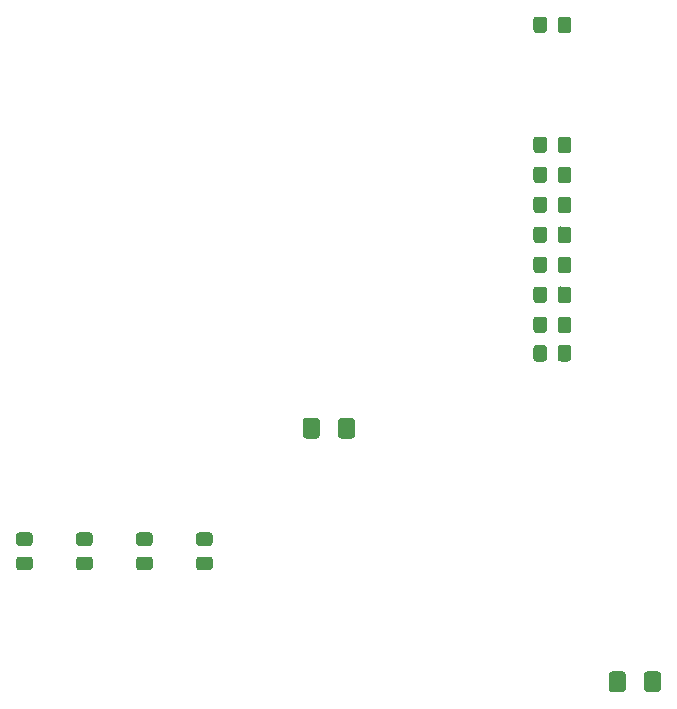
<source format=gbr>
G04 #@! TF.GenerationSoftware,KiCad,Pcbnew,(5.1.6-0-10_14)*
G04 #@! TF.CreationDate,2021-01-01T23:06:18+01:00*
G04 #@! TF.ProjectId,backplane,6261636b-706c-4616-9e65-2e6b69636164,rev?*
G04 #@! TF.SameCoordinates,Original*
G04 #@! TF.FileFunction,Paste,Bot*
G04 #@! TF.FilePolarity,Positive*
%FSLAX46Y46*%
G04 Gerber Fmt 4.6, Leading zero omitted, Abs format (unit mm)*
G04 Created by KiCad (PCBNEW (5.1.6-0-10_14)) date 2021-01-01 23:06:18*
%MOMM*%
%LPD*%
G01*
G04 APERTURE LIST*
G04 APERTURE END LIST*
G04 #@! TO.C,C4*
G36*
G01*
X70879000Y-73777000D02*
X70879000Y-72527000D01*
G75*
G02*
X71129000Y-72277000I250000J0D01*
G01*
X72054000Y-72277000D01*
G75*
G02*
X72304000Y-72527000I0J-250000D01*
G01*
X72304000Y-73777000D01*
G75*
G02*
X72054000Y-74027000I-250000J0D01*
G01*
X71129000Y-74027000D01*
G75*
G02*
X70879000Y-73777000I0J250000D01*
G01*
G37*
G36*
G01*
X67904000Y-73777000D02*
X67904000Y-72527000D01*
G75*
G02*
X68154000Y-72277000I250000J0D01*
G01*
X69079000Y-72277000D01*
G75*
G02*
X69329000Y-72527000I0J-250000D01*
G01*
X69329000Y-73777000D01*
G75*
G02*
X69079000Y-74027000I-250000J0D01*
G01*
X68154000Y-74027000D01*
G75*
G02*
X67904000Y-73777000I0J250000D01*
G01*
G37*
G04 #@! TD*
G04 #@! TO.C,R14*
G36*
G01*
X89477000Y-39439001D02*
X89477000Y-38538999D01*
G75*
G02*
X89726999Y-38289000I249999J0D01*
G01*
X90377001Y-38289000D01*
G75*
G02*
X90627000Y-38538999I0J-249999D01*
G01*
X90627000Y-39439001D01*
G75*
G02*
X90377001Y-39689000I-249999J0D01*
G01*
X89726999Y-39689000D01*
G75*
G02*
X89477000Y-39439001I0J249999D01*
G01*
G37*
G36*
G01*
X87427000Y-39439001D02*
X87427000Y-38538999D01*
G75*
G02*
X87676999Y-38289000I249999J0D01*
G01*
X88327001Y-38289000D01*
G75*
G02*
X88577000Y-38538999I0J-249999D01*
G01*
X88577000Y-39439001D01*
G75*
G02*
X88327001Y-39689000I-249999J0D01*
G01*
X87676999Y-39689000D01*
G75*
G02*
X87427000Y-39439001I0J249999D01*
G01*
G37*
G04 #@! TD*
G04 #@! TO.C,C14*
G36*
G01*
X95237000Y-93990000D02*
X95237000Y-95240000D01*
G75*
G02*
X94987000Y-95490000I-250000J0D01*
G01*
X94062000Y-95490000D01*
G75*
G02*
X93812000Y-95240000I0J250000D01*
G01*
X93812000Y-93990000D01*
G75*
G02*
X94062000Y-93740000I250000J0D01*
G01*
X94987000Y-93740000D01*
G75*
G02*
X95237000Y-93990000I0J-250000D01*
G01*
G37*
G36*
G01*
X98212000Y-93990000D02*
X98212000Y-95240000D01*
G75*
G02*
X97962000Y-95490000I-250000J0D01*
G01*
X97037000Y-95490000D01*
G75*
G02*
X96787000Y-95240000I0J250000D01*
G01*
X96787000Y-93990000D01*
G75*
G02*
X97037000Y-93740000I250000J0D01*
G01*
X97962000Y-93740000D01*
G75*
G02*
X98212000Y-93990000I0J-250000D01*
G01*
G37*
G04 #@! TD*
G04 #@! TO.C,R13*
G36*
G01*
X59112999Y-84016000D02*
X60013001Y-84016000D01*
G75*
G02*
X60263000Y-84265999I0J-249999D01*
G01*
X60263000Y-84916001D01*
G75*
G02*
X60013001Y-85166000I-249999J0D01*
G01*
X59112999Y-85166000D01*
G75*
G02*
X58863000Y-84916001I0J249999D01*
G01*
X58863000Y-84265999D01*
G75*
G02*
X59112999Y-84016000I249999J0D01*
G01*
G37*
G36*
G01*
X59112999Y-81966000D02*
X60013001Y-81966000D01*
G75*
G02*
X60263000Y-82215999I0J-249999D01*
G01*
X60263000Y-82866001D01*
G75*
G02*
X60013001Y-83116000I-249999J0D01*
G01*
X59112999Y-83116000D01*
G75*
G02*
X58863000Y-82866001I0J249999D01*
G01*
X58863000Y-82215999D01*
G75*
G02*
X59112999Y-81966000I249999J0D01*
G01*
G37*
G04 #@! TD*
G04 #@! TO.C,R12*
G36*
G01*
X54032999Y-84016000D02*
X54933001Y-84016000D01*
G75*
G02*
X55183000Y-84265999I0J-249999D01*
G01*
X55183000Y-84916001D01*
G75*
G02*
X54933001Y-85166000I-249999J0D01*
G01*
X54032999Y-85166000D01*
G75*
G02*
X53783000Y-84916001I0J249999D01*
G01*
X53783000Y-84265999D01*
G75*
G02*
X54032999Y-84016000I249999J0D01*
G01*
G37*
G36*
G01*
X54032999Y-81966000D02*
X54933001Y-81966000D01*
G75*
G02*
X55183000Y-82215999I0J-249999D01*
G01*
X55183000Y-82866001D01*
G75*
G02*
X54933001Y-83116000I-249999J0D01*
G01*
X54032999Y-83116000D01*
G75*
G02*
X53783000Y-82866001I0J249999D01*
G01*
X53783000Y-82215999D01*
G75*
G02*
X54032999Y-81966000I249999J0D01*
G01*
G37*
G04 #@! TD*
G04 #@! TO.C,R11*
G36*
G01*
X48952999Y-84016000D02*
X49853001Y-84016000D01*
G75*
G02*
X50103000Y-84265999I0J-249999D01*
G01*
X50103000Y-84916001D01*
G75*
G02*
X49853001Y-85166000I-249999J0D01*
G01*
X48952999Y-85166000D01*
G75*
G02*
X48703000Y-84916001I0J249999D01*
G01*
X48703000Y-84265999D01*
G75*
G02*
X48952999Y-84016000I249999J0D01*
G01*
G37*
G36*
G01*
X48952999Y-81966000D02*
X49853001Y-81966000D01*
G75*
G02*
X50103000Y-82215999I0J-249999D01*
G01*
X50103000Y-82866001D01*
G75*
G02*
X49853001Y-83116000I-249999J0D01*
G01*
X48952999Y-83116000D01*
G75*
G02*
X48703000Y-82866001I0J249999D01*
G01*
X48703000Y-82215999D01*
G75*
G02*
X48952999Y-81966000I249999J0D01*
G01*
G37*
G04 #@! TD*
G04 #@! TO.C,R10*
G36*
G01*
X43872999Y-84016000D02*
X44773001Y-84016000D01*
G75*
G02*
X45023000Y-84265999I0J-249999D01*
G01*
X45023000Y-84916001D01*
G75*
G02*
X44773001Y-85166000I-249999J0D01*
G01*
X43872999Y-85166000D01*
G75*
G02*
X43623000Y-84916001I0J249999D01*
G01*
X43623000Y-84265999D01*
G75*
G02*
X43872999Y-84016000I249999J0D01*
G01*
G37*
G36*
G01*
X43872999Y-81966000D02*
X44773001Y-81966000D01*
G75*
G02*
X45023000Y-82215999I0J-249999D01*
G01*
X45023000Y-82866001D01*
G75*
G02*
X44773001Y-83116000I-249999J0D01*
G01*
X43872999Y-83116000D01*
G75*
G02*
X43623000Y-82866001I0J249999D01*
G01*
X43623000Y-82215999D01*
G75*
G02*
X43872999Y-81966000I249999J0D01*
G01*
G37*
G04 #@! TD*
G04 #@! TO.C,R8*
G36*
G01*
X89477000Y-52139001D02*
X89477000Y-51238999D01*
G75*
G02*
X89726999Y-50989000I249999J0D01*
G01*
X90377001Y-50989000D01*
G75*
G02*
X90627000Y-51238999I0J-249999D01*
G01*
X90627000Y-52139001D01*
G75*
G02*
X90377001Y-52389000I-249999J0D01*
G01*
X89726999Y-52389000D01*
G75*
G02*
X89477000Y-52139001I0J249999D01*
G01*
G37*
G36*
G01*
X87427000Y-52139001D02*
X87427000Y-51238999D01*
G75*
G02*
X87676999Y-50989000I249999J0D01*
G01*
X88327001Y-50989000D01*
G75*
G02*
X88577000Y-51238999I0J-249999D01*
G01*
X88577000Y-52139001D01*
G75*
G02*
X88327001Y-52389000I-249999J0D01*
G01*
X87676999Y-52389000D01*
G75*
G02*
X87427000Y-52139001I0J249999D01*
G01*
G37*
G04 #@! TD*
G04 #@! TO.C,R7*
G36*
G01*
X89477000Y-64839001D02*
X89477000Y-63938999D01*
G75*
G02*
X89726999Y-63689000I249999J0D01*
G01*
X90377001Y-63689000D01*
G75*
G02*
X90627000Y-63938999I0J-249999D01*
G01*
X90627000Y-64839001D01*
G75*
G02*
X90377001Y-65089000I-249999J0D01*
G01*
X89726999Y-65089000D01*
G75*
G02*
X89477000Y-64839001I0J249999D01*
G01*
G37*
G36*
G01*
X87427000Y-64839001D02*
X87427000Y-63938999D01*
G75*
G02*
X87676999Y-63689000I249999J0D01*
G01*
X88327001Y-63689000D01*
G75*
G02*
X88577000Y-63938999I0J-249999D01*
G01*
X88577000Y-64839001D01*
G75*
G02*
X88327001Y-65089000I-249999J0D01*
G01*
X87676999Y-65089000D01*
G75*
G02*
X87427000Y-64839001I0J249999D01*
G01*
G37*
G04 #@! TD*
G04 #@! TO.C,R6*
G36*
G01*
X89468000Y-62299001D02*
X89468000Y-61398999D01*
G75*
G02*
X89717999Y-61149000I249999J0D01*
G01*
X90368001Y-61149000D01*
G75*
G02*
X90618000Y-61398999I0J-249999D01*
G01*
X90618000Y-62299001D01*
G75*
G02*
X90368001Y-62549000I-249999J0D01*
G01*
X89717999Y-62549000D01*
G75*
G02*
X89468000Y-62299001I0J249999D01*
G01*
G37*
G36*
G01*
X87418000Y-62299001D02*
X87418000Y-61398999D01*
G75*
G02*
X87667999Y-61149000I249999J0D01*
G01*
X88318001Y-61149000D01*
G75*
G02*
X88568000Y-61398999I0J-249999D01*
G01*
X88568000Y-62299001D01*
G75*
G02*
X88318001Y-62549000I-249999J0D01*
G01*
X87667999Y-62549000D01*
G75*
G02*
X87418000Y-62299001I0J249999D01*
G01*
G37*
G04 #@! TD*
G04 #@! TO.C,R5*
G36*
G01*
X89477000Y-59759001D02*
X89477000Y-58858999D01*
G75*
G02*
X89726999Y-58609000I249999J0D01*
G01*
X90377001Y-58609000D01*
G75*
G02*
X90627000Y-58858999I0J-249999D01*
G01*
X90627000Y-59759001D01*
G75*
G02*
X90377001Y-60009000I-249999J0D01*
G01*
X89726999Y-60009000D01*
G75*
G02*
X89477000Y-59759001I0J249999D01*
G01*
G37*
G36*
G01*
X87427000Y-59759001D02*
X87427000Y-58858999D01*
G75*
G02*
X87676999Y-58609000I249999J0D01*
G01*
X88327001Y-58609000D01*
G75*
G02*
X88577000Y-58858999I0J-249999D01*
G01*
X88577000Y-59759001D01*
G75*
G02*
X88327001Y-60009000I-249999J0D01*
G01*
X87676999Y-60009000D01*
G75*
G02*
X87427000Y-59759001I0J249999D01*
G01*
G37*
G04 #@! TD*
G04 #@! TO.C,R4*
G36*
G01*
X89468000Y-57219001D02*
X89468000Y-56318999D01*
G75*
G02*
X89717999Y-56069000I249999J0D01*
G01*
X90368001Y-56069000D01*
G75*
G02*
X90618000Y-56318999I0J-249999D01*
G01*
X90618000Y-57219001D01*
G75*
G02*
X90368001Y-57469000I-249999J0D01*
G01*
X89717999Y-57469000D01*
G75*
G02*
X89468000Y-57219001I0J249999D01*
G01*
G37*
G36*
G01*
X87418000Y-57219001D02*
X87418000Y-56318999D01*
G75*
G02*
X87667999Y-56069000I249999J0D01*
G01*
X88318001Y-56069000D01*
G75*
G02*
X88568000Y-56318999I0J-249999D01*
G01*
X88568000Y-57219001D01*
G75*
G02*
X88318001Y-57469000I-249999J0D01*
G01*
X87667999Y-57469000D01*
G75*
G02*
X87418000Y-57219001I0J249999D01*
G01*
G37*
G04 #@! TD*
G04 #@! TO.C,R3*
G36*
G01*
X89477000Y-54679001D02*
X89477000Y-53778999D01*
G75*
G02*
X89726999Y-53529000I249999J0D01*
G01*
X90377001Y-53529000D01*
G75*
G02*
X90627000Y-53778999I0J-249999D01*
G01*
X90627000Y-54679001D01*
G75*
G02*
X90377001Y-54929000I-249999J0D01*
G01*
X89726999Y-54929000D01*
G75*
G02*
X89477000Y-54679001I0J249999D01*
G01*
G37*
G36*
G01*
X87427000Y-54679001D02*
X87427000Y-53778999D01*
G75*
G02*
X87676999Y-53529000I249999J0D01*
G01*
X88327001Y-53529000D01*
G75*
G02*
X88577000Y-53778999I0J-249999D01*
G01*
X88577000Y-54679001D01*
G75*
G02*
X88327001Y-54929000I-249999J0D01*
G01*
X87676999Y-54929000D01*
G75*
G02*
X87427000Y-54679001I0J249999D01*
G01*
G37*
G04 #@! TD*
G04 #@! TO.C,R2*
G36*
G01*
X89477000Y-67252001D02*
X89477000Y-66351999D01*
G75*
G02*
X89726999Y-66102000I249999J0D01*
G01*
X90377001Y-66102000D01*
G75*
G02*
X90627000Y-66351999I0J-249999D01*
G01*
X90627000Y-67252001D01*
G75*
G02*
X90377001Y-67502000I-249999J0D01*
G01*
X89726999Y-67502000D01*
G75*
G02*
X89477000Y-67252001I0J249999D01*
G01*
G37*
G36*
G01*
X87427000Y-67252001D02*
X87427000Y-66351999D01*
G75*
G02*
X87676999Y-66102000I249999J0D01*
G01*
X88327001Y-66102000D01*
G75*
G02*
X88577000Y-66351999I0J-249999D01*
G01*
X88577000Y-67252001D01*
G75*
G02*
X88327001Y-67502000I-249999J0D01*
G01*
X87676999Y-67502000D01*
G75*
G02*
X87427000Y-67252001I0J249999D01*
G01*
G37*
G04 #@! TD*
G04 #@! TO.C,R1*
G36*
G01*
X89477000Y-49599001D02*
X89477000Y-48698999D01*
G75*
G02*
X89726999Y-48449000I249999J0D01*
G01*
X90377001Y-48449000D01*
G75*
G02*
X90627000Y-48698999I0J-249999D01*
G01*
X90627000Y-49599001D01*
G75*
G02*
X90377001Y-49849000I-249999J0D01*
G01*
X89726999Y-49849000D01*
G75*
G02*
X89477000Y-49599001I0J249999D01*
G01*
G37*
G36*
G01*
X87427000Y-49599001D02*
X87427000Y-48698999D01*
G75*
G02*
X87676999Y-48449000I249999J0D01*
G01*
X88327001Y-48449000D01*
G75*
G02*
X88577000Y-48698999I0J-249999D01*
G01*
X88577000Y-49599001D01*
G75*
G02*
X88327001Y-49849000I-249999J0D01*
G01*
X87676999Y-49849000D01*
G75*
G02*
X87427000Y-49599001I0J249999D01*
G01*
G37*
G04 #@! TD*
M02*

</source>
